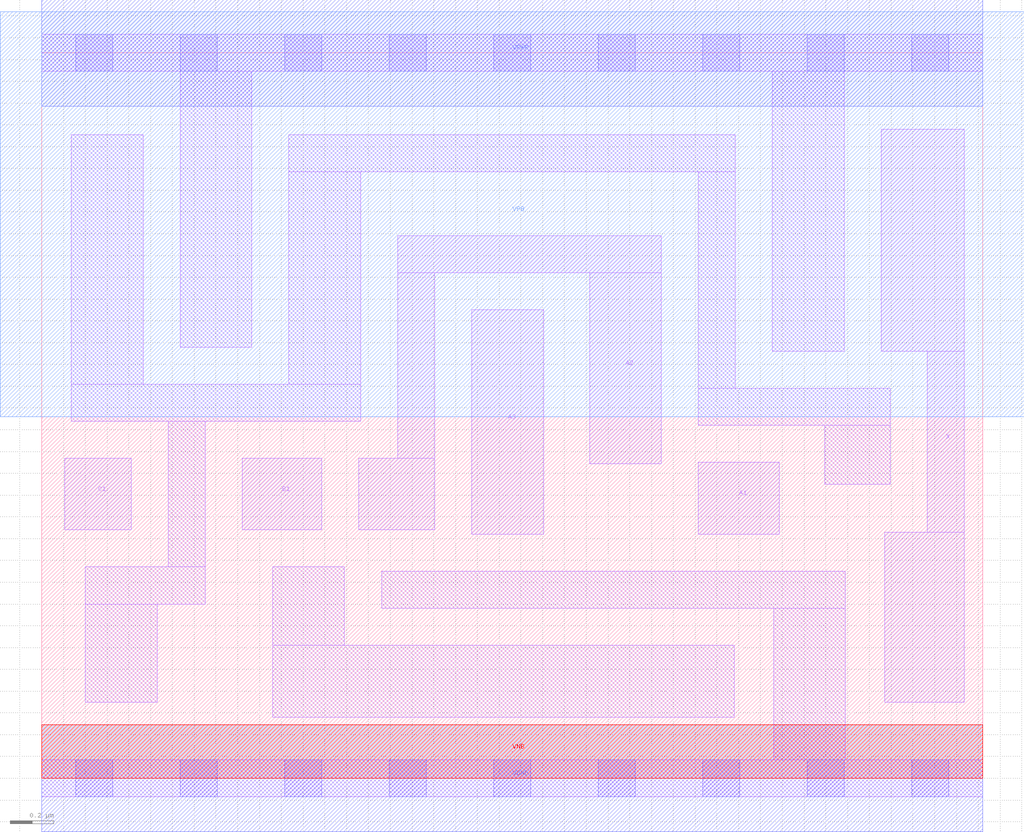
<source format=lef>
# Copyright 2020 The SkyWater PDK Authors
#
# Licensed under the Apache License, Version 2.0 (the "License");
# you may not use this file except in compliance with the License.
# You may obtain a copy of the License at
#
#     https://www.apache.org/licenses/LICENSE-2.0
#
# Unless required by applicable law or agreed to in writing, software
# distributed under the License is distributed on an "AS IS" BASIS,
# WITHOUT WARRANTIES OR CONDITIONS OF ANY KIND, either express or implied.
# See the License for the specific language governing permissions and
# limitations under the License.
#
# SPDX-License-Identifier: Apache-2.0

VERSION 5.7 ;
  NOWIREEXTENSIONATPIN ON ;
  DIVIDERCHAR "/" ;
  BUSBITCHARS "[]" ;
MACRO sky130_fd_sc_ls__o311a_1
  CLASS CORE ;
  FOREIGN sky130_fd_sc_ls__o311a_1 ;
  ORIGIN  0.000000  0.000000 ;
  SIZE  4.320000 BY  3.330000 ;
  SYMMETRY X Y ;
  SITE unit ;
  PIN A1
    ANTENNAGATEAREA  0.246000 ;
    DIRECTION INPUT ;
    USE SIGNAL ;
    PORT
      LAYER li1 ;
        RECT 3.015000 1.120000 3.385000 1.450000 ;
    END
  END A1
  PIN A2
    ANTENNAGATEAREA  0.246000 ;
    DIRECTION INPUT ;
    USE SIGNAL ;
    PORT
      LAYER li1 ;
        RECT 1.455000 1.140000 1.805000 1.470000 ;
        RECT 1.635000 1.470000 1.805000 2.320000 ;
        RECT 1.635000 2.320000 2.845000 2.490000 ;
        RECT 2.515000 1.445000 2.845000 2.320000 ;
    END
  END A2
  PIN A3
    ANTENNAGATEAREA  0.246000 ;
    DIRECTION INPUT ;
    USE SIGNAL ;
    PORT
      LAYER li1 ;
        RECT 1.975000 1.120000 2.305000 2.150000 ;
    END
  END A3
  PIN B1
    ANTENNAGATEAREA  0.246000 ;
    DIRECTION INPUT ;
    USE SIGNAL ;
    PORT
      LAYER li1 ;
        RECT 0.920000 1.140000 1.285000 1.470000 ;
    END
  END B1
  PIN C1
    ANTENNAGATEAREA  0.246000 ;
    DIRECTION INPUT ;
    USE SIGNAL ;
    PORT
      LAYER li1 ;
        RECT 0.105000 1.140000 0.410000 1.470000 ;
    END
  END C1
  PIN X
    ANTENNADIFFAREA  0.541300 ;
    DIRECTION OUTPUT ;
    USE SIGNAL ;
    PORT
      LAYER li1 ;
        RECT 3.855000 1.960000 4.235000 2.980000 ;
        RECT 3.870000 0.350000 4.235000 1.130000 ;
        RECT 4.065000 1.130000 4.235000 1.960000 ;
    END
  END X
  PIN VGND
    DIRECTION INOUT ;
    SHAPE ABUTMENT ;
    USE GROUND ;
    PORT
      LAYER met1 ;
        RECT 0.000000 -0.245000 4.320000 0.245000 ;
    END
  END VGND
  PIN VNB
    DIRECTION INOUT ;
    USE GROUND ;
    PORT
      LAYER pwell ;
        RECT 0.000000 0.000000 4.320000 0.245000 ;
    END
  END VNB
  PIN VPB
    DIRECTION INOUT ;
    USE POWER ;
    PORT
      LAYER nwell ;
        RECT -0.190000 1.660000 4.510000 3.520000 ;
    END
  END VPB
  PIN VPWR
    DIRECTION INOUT ;
    SHAPE ABUTMENT ;
    USE POWER ;
    PORT
      LAYER met1 ;
        RECT 0.000000 3.085000 4.320000 3.575000 ;
    END
  END VPWR
  OBS
    LAYER li1 ;
      RECT 0.000000 -0.085000 4.320000 0.085000 ;
      RECT 0.000000  3.245000 4.320000 3.415000 ;
      RECT 0.135000  1.640000 1.465000 1.810000 ;
      RECT 0.135000  1.810000 0.465000 2.955000 ;
      RECT 0.200000  0.350000 0.530000 0.800000 ;
      RECT 0.200000  0.800000 0.750000 0.970000 ;
      RECT 0.580000  0.970000 0.750000 1.640000 ;
      RECT 0.635000  1.980000 0.965000 3.245000 ;
      RECT 1.060000  0.280000 3.180000 0.610000 ;
      RECT 1.060000  0.610000 1.390000 0.970000 ;
      RECT 1.135000  1.810000 1.465000 2.785000 ;
      RECT 1.135000  2.785000 3.185000 2.955000 ;
      RECT 1.560000  0.780000 3.690000 0.950000 ;
      RECT 3.015000  1.620000 3.895000 1.790000 ;
      RECT 3.015000  1.790000 3.185000 2.785000 ;
      RECT 3.355000  1.960000 3.685000 3.245000 ;
      RECT 3.360000  0.085000 3.690000 0.780000 ;
      RECT 3.595000  1.350000 3.895000 1.620000 ;
    LAYER mcon ;
      RECT 0.155000 -0.085000 0.325000 0.085000 ;
      RECT 0.155000  3.245000 0.325000 3.415000 ;
      RECT 0.635000 -0.085000 0.805000 0.085000 ;
      RECT 0.635000  3.245000 0.805000 3.415000 ;
      RECT 1.115000 -0.085000 1.285000 0.085000 ;
      RECT 1.115000  3.245000 1.285000 3.415000 ;
      RECT 1.595000 -0.085000 1.765000 0.085000 ;
      RECT 1.595000  3.245000 1.765000 3.415000 ;
      RECT 2.075000 -0.085000 2.245000 0.085000 ;
      RECT 2.075000  3.245000 2.245000 3.415000 ;
      RECT 2.555000 -0.085000 2.725000 0.085000 ;
      RECT 2.555000  3.245000 2.725000 3.415000 ;
      RECT 3.035000 -0.085000 3.205000 0.085000 ;
      RECT 3.035000  3.245000 3.205000 3.415000 ;
      RECT 3.515000 -0.085000 3.685000 0.085000 ;
      RECT 3.515000  3.245000 3.685000 3.415000 ;
      RECT 3.995000 -0.085000 4.165000 0.085000 ;
      RECT 3.995000  3.245000 4.165000 3.415000 ;
  END
END sky130_fd_sc_ls__o311a_1
END LIBRARY

</source>
